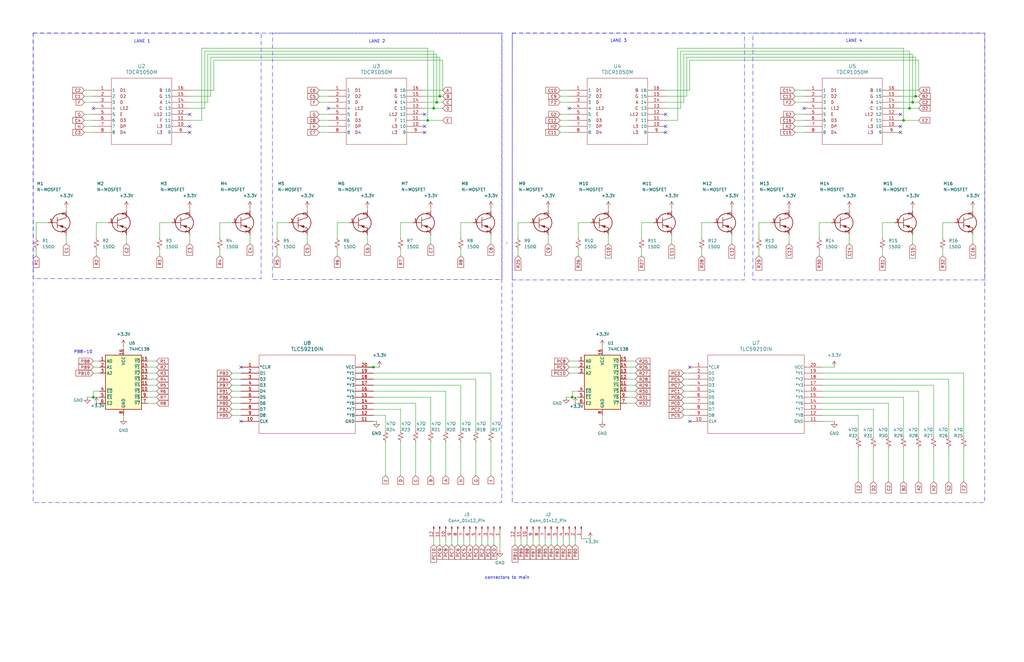
<source format=kicad_sch>
(kicad_sch (version 20231120) (generator "eeschema") (generator_version "8.0")
  (paper "B")
  (title_block (title "TIME_DISPLAYS") (date "2025-05-01"))
  (junction (at 384.81 43.18))
  (junction (at 184.15 43.18))
  (junction (at 180.34 50.8))
  (junction (at 381 50.8))
  (junction (at 241.3 167.64))
  (junction (at 39.37 167.64))
  (junction (at 157.48 154.94))
  (junction (at 386.08 40.64))
  (junction (at 182.88 45.72))
  (junction (at 383.54 45.72))
  (junction (at 185.42 40.64))
  (no_connect (at 80.01 53.34))
  (no_connect (at 290.83 154.94))
  (no_connect (at 280.67 48.26))
  (no_connect (at 290.83 177.8))
  (no_connect (at 80.01 48.26))
  (no_connect (at 379.73 48.26))
  (no_connect (at 280.67 53.34))
  (no_connect (at 339.09 45.72))
  (no_connect (at 240.03 45.72))
  (no_connect (at 138.43 45.72))
  (no_connect (at 179.07 55.88))
  (no_connect (at 379.73 53.34))
  (no_connect (at 379.73 55.88))
  (no_connect (at 280.67 55.88))
  (no_connect (at 101.6 154.94))
  (no_connect (at 101.6 177.8))
  (no_connect (at 179.07 53.34))
  (no_connect (at 80.01 55.88))
  (no_connect (at 39.37 45.72))
  (no_connect (at 179.07 48.26))
  (wire (pts (xy 184.15 22.86) (xy 184.15 43.18)))
  (wire (pts (xy 185.42 40.64) (xy 186.69 40.64)))
  (wire (pts (xy 288.29 175.26) (xy 290.83 175.26)))
  (wire (pts (xy 181.61 87.63) (xy 181.61 88.9)))
  (wire (pts (xy 179.07 38.1) (xy 186.69 38.1)))
  (wire (pts (xy 207.01 99.06) (xy 207.01 102.87)))
  (wire (pts (xy 288.29 172.72) (xy 290.83 172.72)))
  (wire (pts (xy 193.04 227.33) (xy 193.04 229.87)))
  (wire (pts (xy 200.66 227.33) (xy 200.66 229.87)))
  (wire (pts (xy 243.84 93.98) (xy 243.84 100.33)))
  (wire (pts (xy 386.08 40.64) (xy 387.35 40.64)))
  (wire (pts (xy 168.91 93.98) (xy 168.91 100.33)))
  (wire (pts (xy 410.21 99.06) (xy 410.21 102.87)))
  (wire (pts (xy 27.94 87.63) (xy 27.94 88.9)))
  (wire (pts (xy 227.33 227.33) (xy 227.33 229.87)))
  (wire (pts (xy 105.41 87.63) (xy 105.41 88.9)))
  (wire (pts (xy 175.26 170.18) (xy 157.48 170.18)))
  (wire (pts (xy 90.17 25.4) (xy 90.17 38.1)))
  (wire (pts (xy 241.3 165.1) (xy 241.3 167.64)))
  (wire (pts (xy 300.99 93.98) (xy 295.91 93.98)))
  (wire (pts (xy 400.05 203.2) (xy 400.05 189.23)))
  (wire (pts (xy 40.64 170.18) (xy 41.91 170.18)))
  (wire (pts (xy 157.48 154.94) (xy 160.02 154.94)))
  (wire (pts (xy 87.63 43.18) (xy 87.63 22.86)))
  (wire (pts (xy 384.81 22.86) (xy 384.81 43.18)))
  (wire (pts (xy 207.01 157.48) (xy 157.48 157.48)))
  (wire (pts (xy 222.25 227.33) (xy 222.25 229.87)))
  (wire (pts (xy 80.01 45.72) (xy 86.36 45.72)))
  (wire (pts (xy 168.91 107.95) (xy 168.91 105.41)))
  (wire (pts (xy 384.81 87.63) (xy 384.81 88.9)))
  (wire (pts (xy 335.28 48.26) (xy 339.09 48.26)))
  (wire (pts (xy 194.31 200.66) (xy 194.31 186.69)))
  (wire (pts (xy 393.7 203.2) (xy 393.7 189.23)))
  (wire (pts (xy 368.3 189.23) (xy 368.3 203.2)))
  (wire (pts (xy 345.44 93.98) (xy 345.44 100.33)))
  (wire (pts (xy 256.54 99.06) (xy 256.54 102.87)))
  (wire (pts (xy 35.56 53.34) (xy 39.37 53.34)))
  (wire (pts (xy 381 50.8) (xy 387.35 50.8)))
  (wire (pts (xy 168.91 186.69) (xy 168.91 200.66)))
  (wire (pts (xy 288.29 22.86) (xy 384.81 22.86)))
  (wire (pts (xy 185.42 24.13) (xy 185.42 40.64)))
  (wire (pts (xy 236.22 55.88) (xy 240.03 55.88)))
  (wire (pts (xy 52.07 146.05) (xy 52.07 147.32)))
  (wire (pts (xy 397.51 107.95) (xy 397.51 105.41)))
  (wire (pts (xy 236.22 53.34) (xy 240.03 53.34)))
  (wire (pts (xy 175.26 181.61) (xy 175.26 170.18)))
  (wire (pts (xy 406.4 157.48) (xy 406.4 184.15)))
  (wire (pts (xy 236.22 40.64) (xy 240.03 40.64)))
  (wire (pts (xy 35.56 40.64) (xy 39.37 40.64)))
  (wire (pts (xy 97.79 162.56) (xy 101.6 162.56)))
  (wire (pts (xy 384.81 99.06) (xy 384.81 102.87)))
  (wire (pts (xy 134.62 38.1) (xy 138.43 38.1)))
  (wire (pts (xy 368.3 172.72) (xy 368.3 184.15)))
  (wire (pts (xy 134.62 40.64) (xy 138.43 40.64)))
  (wire (pts (xy 153.67 154.94) (xy 157.48 154.94)))
  (wire (pts (xy 97.79 160.02) (xy 101.6 160.02)))
  (wire (pts (xy 40.64 107.95) (xy 40.64 105.41)))
  (wire (pts (xy 15.24 93.98) (xy 15.24 100.33)))
  (wire (pts (xy 182.88 227.33) (xy 182.88 229.87)))
  (wire (pts (xy 97.79 93.98) (xy 92.71 93.98)))
  (wire (pts (xy 231.14 87.63) (xy 231.14 88.9)))
  (wire (pts (xy 200.66 200.66) (xy 200.66 186.69)))
  (wire (pts (xy 154.94 87.63) (xy 154.94 88.9)))
  (wire (pts (xy 377.19 93.98) (xy 372.11 93.98)))
  (wire (pts (xy 175.26 200.66) (xy 175.26 186.69)))
  (wire (pts (xy 223.52 93.98) (xy 218.44 93.98)))
  (wire (pts (xy 387.35 25.4) (xy 290.83 25.4)))
  (wire (pts (xy 97.79 165.1) (xy 101.6 165.1)))
  (wire (pts (xy 200.66 160.02) (xy 200.66 181.61)))
  (wire (pts (xy 351.79 177.8) (xy 346.71 177.8)))
  (wire (pts (xy 168.91 181.61) (xy 168.91 172.72)))
  (wire (pts (xy 381 20.32) (xy 381 50.8)))
  (wire (pts (xy 185.42 40.64) (xy 179.07 40.64)))
  (wire (pts (xy 295.91 107.95) (xy 295.91 105.41)))
  (wire (pts (xy 194.31 181.61) (xy 194.31 162.56)))
  (wire (pts (xy 345.44 107.95) (xy 345.44 105.41)))
  (wire (pts (xy 283.21 99.06) (xy 283.21 102.87)))
  (wire (pts (xy 386.08 24.13) (xy 386.08 40.64)))
  (wire (pts (xy 97.79 167.64) (xy 101.6 167.64)))
  (wire (pts (xy 218.44 107.95) (xy 218.44 105.41)))
  (wire (pts (xy 27.94 99.06) (xy 27.94 102.87)))
  (wire (pts (xy 80.01 40.64) (xy 88.9 40.64)))
  (wire (pts (xy 134.62 53.34) (xy 138.43 53.34)))
  (wire (pts (xy 267.97 167.64) (xy 264.16 167.64)))
  (wire (pts (xy 238.76 167.64) (xy 241.3 167.64)))
  (wire (pts (xy 267.97 160.02) (xy 264.16 160.02)))
  (wire (pts (xy 207.01 186.69) (xy 207.01 200.66)))
  (wire (pts (xy 267.97 170.18) (xy 264.16 170.18)))
  (wire (pts (xy 116.84 93.98) (xy 116.84 100.33)))
  (wire (pts (xy 181.61 181.61) (xy 181.61 167.64)))
  (wire (pts (xy 129.54 87.63) (xy 129.54 88.9)))
  (wire (pts (xy 168.91 172.72) (xy 157.48 172.72)))
  (wire (pts (xy 53.34 87.63) (xy 53.34 88.9)))
  (wire (pts (xy 162.56 175.26) (xy 157.48 175.26)))
  (wire (pts (xy 288.29 165.1) (xy 290.83 165.1)))
  (wire (pts (xy 346.71 167.64) (xy 381 167.64)))
  (wire (pts (xy 86.36 45.72) (xy 86.36 21.59)))
  (wire (pts (xy 320.04 93.98) (xy 320.04 100.33)))
  (wire (pts (xy 35.56 43.18) (xy 39.37 43.18)))
  (wire (pts (xy 134.62 55.88) (xy 138.43 55.88)))
  (wire (pts (xy 236.22 38.1) (xy 240.03 38.1)))
  (wire (pts (xy 195.58 227.33) (xy 195.58 229.87)))
  (wire (pts (xy 182.88 45.72) (xy 179.07 45.72)))
  (wire (pts (xy 346.71 170.18) (xy 374.65 170.18)))
  (wire (pts (xy 39.37 165.1) (xy 39.37 167.64)))
  (wire (pts (xy 374.65 170.18) (xy 374.65 184.15)))
  (wire (pts (xy 187.96 165.1) (xy 157.48 165.1)))
  (wire (pts (xy 280.67 40.64) (xy 289.56 40.64)))
  (wire (pts (xy 190.5 227.33) (xy 190.5 229.87)))
  (wire (pts (xy 335.28 38.1) (xy 339.09 38.1)))
  (wire (pts (xy 181.61 167.64) (xy 157.48 167.64)))
  (wire (pts (xy 66.04 154.94) (xy 62.23 154.94)))
  (wire (pts (xy 267.97 162.56) (xy 264.16 162.56)))
  (wire (pts (xy 387.35 203.2) (xy 387.35 189.23)))
  (wire (pts (xy 39.37 157.48) (xy 41.91 157.48)))
  (wire (pts (xy 134.62 43.18) (xy 138.43 43.18)))
  (wire (pts (xy 350.52 93.98) (xy 345.44 93.98)))
  (wire (pts (xy 217.17 227.33) (xy 217.17 229.87)))
  (wire (pts (xy 397.51 93.98) (xy 397.51 100.33)))
  (wire (pts (xy 267.97 154.94) (xy 264.16 154.94)))
  (wire (pts (xy 92.71 107.95) (xy 92.71 105.41)))
  (wire (pts (xy 361.95 189.23) (xy 361.95 203.2)))
  (wire (pts (xy 87.63 22.86) (xy 184.15 22.86)))
  (wire (pts (xy 267.97 152.4) (xy 264.16 152.4)))
  (wire (pts (xy 187.96 227.33) (xy 187.96 229.87)))
  (wire (pts (xy 207.01 87.63) (xy 207.01 88.9)))
  (wire (pts (xy 241.3 167.64) (xy 243.84 167.64)))
  (wire (pts (xy 332.74 99.06) (xy 332.74 102.87)))
  (wire (pts (xy 234.95 227.33) (xy 234.95 229.87)))
  (wire (pts (xy 181.61 99.06) (xy 181.61 102.87)))
  (wire (pts (xy 35.56 48.26) (xy 39.37 48.26)))
  (wire (pts (xy 210.82 232.41) (xy 210.82 227.33)))
  (wire (pts (xy 384.81 43.18) (xy 379.73 43.18)))
  (wire (pts (xy 35.56 38.1) (xy 39.37 38.1)))
  (wire (pts (xy 288.29 162.56) (xy 290.83 162.56)))
  (wire (pts (xy 283.21 87.63) (xy 283.21 88.9)))
  (wire (pts (xy 383.54 21.59) (xy 383.54 45.72)))
  (wire (pts (xy 20.32 93.98) (xy 15.24 93.98)))
  (wire (pts (xy 285.75 20.32) (xy 381 20.32)))
  (wire (pts (xy 295.91 93.98) (xy 295.91 100.33)))
  (wire (pts (xy 372.11 93.98) (xy 372.11 100.33)))
  (wire (pts (xy 85.09 50.8) (xy 85.09 20.32)))
  (wire (pts (xy 66.04 162.56) (xy 62.23 162.56)))
  (wire (pts (xy 154.94 99.06) (xy 154.94 102.87)))
  (wire (pts (xy 80.01 43.18) (xy 87.63 43.18)))
  (wire (pts (xy 66.04 165.1) (xy 62.23 165.1)))
  (wire (pts (xy 346.71 157.48) (xy 406.4 157.48)))
  (wire (pts (xy 346.71 175.26) (xy 361.95 175.26)))
  (wire (pts (xy 346.71 154.94) (xy 351.79 154.94)))
  (wire (pts (xy 198.12 227.33) (xy 198.12 229.87)))
  (wire (pts (xy 72.39 93.98) (xy 67.31 93.98)))
  (wire (pts (xy 240.03 154.94) (xy 243.84 154.94)))
  (wire (pts (xy 346.71 172.72) (xy 368.3 172.72)))
  (wire (pts (xy 248.92 227.33) (xy 245.11 227.33)))
  (wire (pts (xy 287.02 45.72) (xy 287.02 21.59)))
  (wire (pts (xy 384.81 43.18) (xy 387.35 43.18)))
  (wire (pts (xy 335.28 53.34) (xy 339.09 53.34)))
  (wire (pts (xy 88.9 24.13) (xy 185.42 24.13)))
  (wire (pts (xy 372.11 107.95) (xy 372.11 105.41)))
  (wire (pts (xy 288.29 160.02) (xy 290.83 160.02)))
  (wire (pts (xy 142.24 93.98) (xy 142.24 100.33)))
  (polyline (pts (xy 213.614 102.616) (xy 213.868 102.616)))
  (wire (pts (xy 358.14 99.06) (xy 358.14 102.87)))
  (wire (pts (xy 270.51 107.95) (xy 270.51 105.41)))
  (wire (pts (xy 267.97 157.48) (xy 264.16 157.48)))
  (wire (pts (xy 346.71 160.02) (xy 400.05 160.02)))
  (wire (pts (xy 88.9 40.64) (xy 88.9 24.13)))
  (wire (pts (xy 180.34 50.8) (xy 186.69 50.8)))
  (wire (pts (xy 85.09 20.32) (xy 180.34 20.32)))
  (wire (pts (xy 194.31 93.98) (xy 194.31 100.33)))
  (wire (pts (xy 66.04 160.02) (xy 62.23 160.02)))
  (wire (pts (xy 400.05 160.02) (xy 400.05 184.15)))
  (wire (pts (xy 67.31 93.98) (xy 67.31 100.33)))
  (wire (pts (xy 308.61 99.06) (xy 308.61 102.87)))
  (wire (pts (xy 270.51 93.98) (xy 270.51 100.33)))
  (wire (pts (xy 243.84 165.1) (xy 241.3 165.1)))
  (wire (pts (xy 229.87 227.33) (xy 229.87 229.87)))
  (wire (pts (xy 218.44 93.98) (xy 218.44 100.33)))
  (wire (pts (xy 335.28 50.8) (xy 339.09 50.8)))
  (wire (pts (xy 280.67 43.18) (xy 288.29 43.18)))
  (wire (pts (xy 186.69 25.4) (xy 186.69 38.1)))
  (wire (pts (xy 66.04 157.48) (xy 62.23 157.48)))
  (wire (pts (xy 39.37 154.94) (xy 41.91 154.94)))
  (wire (pts (xy 393.7 162.56) (xy 393.7 184.15)))
  (wire (pts (xy 173.99 93.98) (xy 168.91 93.98)))
  (wire (pts (xy 184.15 43.18) (xy 186.69 43.18)))
  (wire (pts (xy 39.37 152.4) (xy 41.91 152.4)))
  (wire (pts (xy 199.39 93.98) (xy 194.31 93.98)))
  (wire (pts (xy 86.36 21.59) (xy 182.88 21.59)))
  (wire (pts (xy 243.84 107.95) (xy 243.84 105.41)))
  (wire (pts (xy 116.84 107.95) (xy 116.84 105.41)))
  (wire (pts (xy 320.04 107.95) (xy 320.04 105.41)))
  (wire (pts (xy 180.34 20.32) (xy 180.34 50.8)))
  (wire (pts (xy 105.41 99.06) (xy 105.41 102.87)))
  (wire (pts (xy 288.29 170.18) (xy 290.83 170.18)))
  (wire (pts (xy 134.62 50.8) (xy 138.43 50.8)))
  (wire (pts (xy 332.74 87.63) (xy 332.74 88.9)))
  (wire (pts (xy 275.59 93.98) (xy 270.51 93.98)))
  (wire (pts (xy 182.88 21.59) (xy 182.88 45.72)))
  (wire (pts (xy 80.01 99.06) (xy 80.01 102.87)))
  (wire (pts (xy 254 177.8) (xy 254 175.26)))
  (wire (pts (xy 256.54 87.63) (xy 256.54 88.9)))
  (wire (pts (xy 35.56 55.88) (xy 39.37 55.88)))
  (wire (pts (xy 142.24 107.95) (xy 142.24 105.41)))
  (wire (pts (xy 97.79 172.72) (xy 101.6 172.72)))
  (wire (pts (xy 285.75 50.8) (xy 285.75 20.32)))
  (wire (pts (xy 406.4 189.23) (xy 406.4 203.2)))
  (wire (pts (xy 52.07 176.53) (xy 52.07 175.26)))
  (wire (pts (xy 287.02 21.59) (xy 383.54 21.59)))
  (wire (pts (xy 66.04 152.4) (xy 62.23 152.4)))
  (wire (pts (xy 224.79 227.33) (xy 224.79 229.87)))
  (wire (pts (xy 410.21 87.63) (xy 410.21 88.9)))
  (wire (pts (xy 361.95 175.26) (xy 361.95 184.15)))
  (wire (pts (xy 358.14 87.63) (xy 358.14 88.9)))
  (wire (pts (xy 41.91 165.1) (xy 39.37 165.1)))
  (wire (pts (xy 237.49 227.33) (xy 237.49 229.87)))
  (wire (pts (xy 67.31 107.95) (xy 67.31 105.41)))
  (wire (pts (xy 53.34 99.06) (xy 53.34 102.87)))
  (wire (pts (xy 35.56 50.8) (xy 39.37 50.8)))
  (wire (pts (xy 379.73 38.1) (xy 387.35 38.1)))
  (wire (pts (xy 180.34 50.8) (xy 179.07 50.8)))
  (wire (pts (xy 181.61 200.66) (xy 181.61 186.69)))
  (wire (pts (xy 242.57 170.18) (xy 243.84 170.18)))
  (wire (pts (xy 288.29 167.64) (xy 290.83 167.64)))
  (polyline (pts (xy 213.36 102.616) (xy 213.614 102.616)))
  (wire (pts (xy 288.29 43.18) (xy 288.29 22.86)))
  (wire (pts (xy 381 203.2) (xy 381 189.23)))
  (wire (pts (xy 290.83 25.4) (xy 290.83 38.1)))
  (wire (pts (xy 242.57 227.33) (xy 242.57 229.87)))
  (wire (pts (xy 162.56 181.61) (xy 162.56 175.26)))
  (wire (pts (xy 185.42 227.33) (xy 185.42 229.87)))
  (wire (pts (xy 386.08 40.64) (xy 379.73 40.64)))
  (wire (pts (xy 346.71 162.56) (xy 393.7 162.56)))
  (wire (pts (xy 36.83 167.64) (xy 39.37 167.64)))
  (wire (pts (xy 184.15 43.18) (xy 179.07 43.18)))
  (wire (pts (xy 40.64 93.98) (xy 40.64 100.33)))
  (wire (pts (xy 186.69 25.4) (xy 90.17 25.4)))
  (wire (pts (xy 194.31 162.56) (xy 157.48 162.56)))
  (wire (pts (xy 381 50.8) (xy 379.73 50.8)))
  (wire (pts (xy 66.04 170.18) (xy 62.23 170.18)))
  (wire (pts (xy 97.79 170.18) (xy 101.6 170.18)))
  (wire (pts (xy 240.03 227.33) (xy 240.03 229.87)))
  (wire (pts (xy 66.04 167.64) (xy 62.23 167.64)))
  (wire (pts (xy 207.01 181.61) (xy 207.01 157.48)))
  (wire (pts (xy 90.17 38.1) (xy 80.01 38.1)))
  (wire (pts (xy 325.12 93.98) (xy 320.04 93.98)))
  (wire (pts (xy 308.61 87.63) (xy 308.61 88.9)))
  (wire (pts (xy 187.96 200.66) (xy 187.96 186.69)))
  (wire (pts (xy 289.56 24.13) (xy 386.08 24.13)))
  (wire (pts (xy 240.03 152.4) (xy 243.84 152.4)))
  (wire (pts (xy 134.62 48.26) (xy 138.43 48.26)))
  (wire (pts (xy 147.32 93.98) (xy 142.24 93.98)))
  (wire (pts (xy 402.59 93.98) (xy 397.51 93.98)))
  (wire (pts (xy 203.2 227.33) (xy 203.2 229.87)))
  (wire (pts (xy 236.22 43.18) (xy 240.03 43.18)))
  (wire (pts (xy 92.71 93.98) (xy 92.71 100.33)))
  (wire (pts (xy 232.41 227.33) (xy 232.41 229.87)))
  (wire (pts (xy 208.28 227.33) (xy 208.28 229.87)))
  (wire (pts (xy 289.56 40.64) (xy 289.56 24.13)))
  (wire (pts (xy 288.29 157.48) (xy 290.83 157.48)))
  (wire (pts (xy 280.67 45.72) (xy 287.02 45.72)))
  (wire (pts (xy 187.96 181.61) (xy 187.96 165.1)))
  (wire (pts (xy 157.48 160.02) (xy 200.66 160.02)))
  (wire (pts (xy 39.37 167.64) (xy 41.91 167.64)))
  (wire (pts (xy 231.14 99.06) (xy 231.14 102.87)))
  (wire (pts (xy 194.31 107.95) (xy 194.31 105.41)))
  (wire (pts (xy 80.01 87.63) (xy 80.01 88.9)))
  (wire (pts (xy 162.56 186.69) (xy 162.56 200.66)))
  (wire (pts (xy 290.83 38.1) (xy 280.67 38.1)))
  (wire (pts (xy 387.35 165.1) (xy 387.35 184.15)))
  (wire (pts (xy 80.01 50.8) (xy 85.09 50.8)))
  (wire (pts (xy 236.22 50.8) (xy 240.03 50.8)))
  (wire (pts (xy 236.22 48.26) (xy 240.03 48.26)))
  (wire (pts (xy 205.74 227.33) (xy 205.74 229.87)))
  (wire (pts (xy 129.54 99.06) (xy 129.54 102.87)))
  (wire (pts (xy 158.75 177.8) (xy 157.48 177.8)))
  (wire (pts (xy 240.03 157.48) (xy 243.84 157.48)))
  (wire (pts (xy 381 167.64) (xy 381 184.15)))
  (wire (pts (xy 182.88 45.72) (xy 186.69 45.72)))
  (wire (pts (xy 219.71 227.33) (xy 219.71 229.87)))
  (wire (pts (xy 383.54 45.72) (xy 387.35 45.72)))
  (wire (pts (xy 248.92 93.98) (xy 243.84 93.98)))
  (wire (pts (xy 387.35 25.4) (xy 387.35 38.1)))
  (wire (pts (xy 280.67 50.8) (xy 285.75 50.8)))
  (wire (pts (xy 335.28 40.64) (xy 339.09 40.64)))
  (wire (pts (xy 267.97 165.1) (xy 264.16 165.1)))
  (wire (pts (xy 335.28 55.88) (xy 339.09 55.88)))
  (wire (pts (xy 121.92 93.98) (xy 116.84 93.98)))
  (wire (pts (xy 383.54 45.72) (xy 379.73 45.72)))
  (wire (pts (xy 254 146.05) (xy 254 147.32)))
  (wire (pts (xy 15.24 107.95) (xy 15.24 105.41)))
  (wire (pts (xy 45.72 93.98) (xy 40.64 93.98)))
  (wire (pts (xy 97.79 157.48) (xy 101.6 157.48)))
  (wire (pts (xy 346.71 165.1) (xy 387.35 165.1)))
  (wire (pts (xy 374.65 203.2) (xy 374.65 189.23)))
  (wire (pts (xy 97.79 175.26) (xy 101.6 175.26)))
  (wire (pts (xy 335.28 43.18) (xy 339.09 43.18)))
  (rectangle (start 215.9772 13.97) (end 313.944 118.11) (stroke (width 0) (type dash_dot)))
  (rectangle (start 215.9772 13.97) (end 415.2405 212.09) (stroke (width 0) (type dash_dot)))
  (rectangle (start 13.97 13.97) (end 211.5795 212.09) (stroke (width 0) (type dash_dot)))
  (rectangle (start 317.5 13.97) (end 415.29 118.11) (stroke (width 0) (type dash_dot)))
  (rectangle (start 13.9808 13.9698) (end 110.0986 117.6019) (stroke (width 0) (type dash_dot)))
  (rectangle (start 114.913 13.97) (end 211.687 117.9591) (stroke (width 0) (type dash_dot)))
  (text "LANE 1" (at 59.944 17.526 0) (effects (font (size 1.27 1.27))))
  (text "LANE 2" (at 159.004 17.526 0) (effects (font (size 1.27 1.27))))
  (text "LANE 3" (at 260.858 17.272 0) (effects (font (size 1.27 1.27))))
  (text "connectors to main" (at 213.868 243.84 0) (effects (font (size 1.27 1.27))))
  (text "PB8-10\n" (at 35.052 148.59 0) (effects (font (size 1.27 1.27))))
  (text "LANE 4" (at 360.172 17.272 0) (effects (font (size 1.27 1.27))))
  (global_label "R6" (shape input) (at 142.24 107.95 270) (property "Intersheetrefs" "${INTERSHEET_REFS}" (effects (hide yes))))
  (global_label "PB1" (shape input) (at 240.03 229.87 270) (property "Intersheetrefs" "${INTERSHEET_REFS}" (effects (hide yes))))
  (global_label "C10" (shape input) (at 256.54 102.87 270) (property "Intersheetrefs" "${INTERSHEET_REFS}" (effects (hide yes))))
  (global_label "G2" (shape input) (at 335.28 48.26 180) (property "Intersheetrefs" "${INTERSHEET_REFS}" (effects (hide yes))))
  (global_label "F" (shape input) (at 35.56 43.18 180) (property "Intersheetrefs" "${INTERSHEET_REFS}" (effects (hide yes))))
  (global_label "R1" (shape input) (at 66.04 152.4 0) (property "Intersheetrefs" "${INTERSHEET_REFS}" (effects (hide yes))))
  (global_label "PB6" (shape input) (at 97.79 167.64 180) (property "Intersheetrefs" "${INTERSHEET_REFS}" (effects (hide yes))))
  (global_label "PC8" (shape input) (at 240.03 152.4 180) (property "Intersheetrefs" "${INTERSHEET_REFS}" (effects (hide yes))))
  (global_label "PB8" (shape input) (at 222.25 229.87 270) (property "Intersheetrefs" "${INTERSHEET_REFS}" (effects (hide yes))))
  (global_label "C14" (shape input) (at 358.14 102.87 270) (property "Intersheetrefs" "${INTERSHEET_REFS}" (effects (hide yes))))
  (global_label "H2" (shape input) (at 335.28 53.34 180) (property "Intersheetrefs" "${INTERSHEET_REFS}" (effects (hide yes))))
  (global_label "PC3" (shape input) (at 288.29 157.48 180) (property "Intersheetrefs" "${INTERSHEET_REFS}" (effects (hide yes))))
  (global_label "R30" (shape input) (at 345.44 107.95 270) (property "Intersheetrefs" "${INTERSHEET_REFS}" (effects (hide yes))))
  (global_label "F" (shape input) (at 134.62 43.18 180) (property "Intersheetrefs" "${INTERSHEET_REFS}" (effects (hide yes))))
  (global_label "C2" (shape input) (at 35.56 38.1 180) (property "Intersheetrefs" "${INTERSHEET_REFS}" (effects (hide yes))))
  (global_label "R25" (shape input) (at 267.97 152.4 0) (property "Intersheetrefs" "${INTERSHEET_REFS}" (effects (hide yes))))
  (global_label "PC7" (shape input) (at 288.29 162.56 180) (property "Intersheetrefs" "${INTERSHEET_REFS}" (effects (hide yes))))
  (global_label "B2" (shape input) (at 387.35 40.64 0) (property "Intersheetrefs" "${INTERSHEET_REFS}" (effects (hide yes))))
  (global_label "PB5" (shape input) (at 97.79 175.26 180) (property "Intersheetrefs" "${INTERSHEET_REFS}" (effects (hide yes))))
  (global_label "PC4" (shape input) (at 198.12 229.87 270) (property "Intersheetrefs" "${INTERSHEET_REFS}" (effects (hide yes))))
  (global_label "H" (shape input) (at 134.62 53.34 180) (property "Intersheetrefs" "${INTERSHEET_REFS}" (effects (hide yes))))
  (global_label "R32" (shape input) (at 267.97 170.18 0) (property "Intersheetrefs" "${INTERSHEET_REFS}" (effects (hide yes))))
  (global_label "PC2" (shape input) (at 203.2 229.87 270) (property "Intersheetrefs" "${INTERSHEET_REFS}" (effects (hide yes))))
  (global_label "PC6" (shape input) (at 193.04 229.87 270) (property "Intersheetrefs" "${INTERSHEET_REFS}" (effects (hide yes))))
  (global_label "PB7" (shape input) (at 97.79 162.56 180) (property "Intersheetrefs" "${INTERSHEET_REFS}" (effects (hide yes))))
  (global_label "R25" (shape input) (at 218.44 107.95 270) (property "Intersheetrefs" "${INTERSHEET_REFS}" (effects (hide yes))))
  (global_label "PC9" (shape input) (at 185.42 229.87 270) (property "Intersheetrefs" "${INTERSHEET_REFS}" (effects (hide yes))))
  (global_label "PC2" (shape input) (at 288.29 172.72 180) (property "Intersheetrefs" "${INTERSHEET_REFS}" (effects (hide yes))))
  (global_label "R1" (shape input) (at 15.24 107.95 270) (property "Intersheetrefs" "${INTERSHEET_REFS}" (effects (hide yes))))
  (global_label "C8" (shape input) (at 207.01 102.87 270) (property "Intersheetrefs" "${INTERSHEET_REFS}" (effects (hide yes))))
  (global_label "PC4" (shape input) (at 288.29 160.02 180) (property "Intersheetrefs" "${INTERSHEET_REFS}" (effects (hide yes))))
  (global_label "PB10" (shape input) (at 217.17 229.87 270) (property "Intersheetrefs" "${INTERSHEET_REFS}" (effects (hide yes))))
  (global_label "PB0" (shape input) (at 97.79 170.18 180) (property "Intersheetrefs" "${INTERSHEET_REFS}" (effects (hide yes))))
  (global_label "C2" (shape input) (at 374.65 203.2 270) (property "Intersheetrefs" "${INTERSHEET_REFS}" (effects (hide yes))))
  (global_label "E2" (shape input) (at 361.95 203.2 270) (property "Intersheetrefs" "${INTERSHEET_REFS}" (effects (hide yes))))
  (global_label "PB9" (shape input) (at 219.71 229.87 270) (property "Intersheetrefs" "${INTERSHEET_REFS}" (effects (hide yes))))
  (global_label "PB4" (shape input) (at 232.41 229.87 270) (property "Intersheetrefs" "${INTERSHEET_REFS}" (effects (hide yes))))
  (global_label "C6" (shape input) (at 134.62 38.1 180) (property "Intersheetrefs" "${INTERSHEET_REFS}" (effects (hide yes))))
  (global_label "C2" (shape input) (at 387.35 43.18 0) (property "Intersheetrefs" "${INTERSHEET_REFS}" (effects (hide yes))))
  (global_label "B" (shape input) (at 186.69 40.64 0) (property "Intersheetrefs" "${INTERSHEET_REFS}" (effects (hide yes))))
  (global_label "PC9" (shape input) (at 240.03 154.94 180) (property "Intersheetrefs" "${INTERSHEET_REFS}" (effects (hide yes))))
  (global_label "C5" (shape input) (at 134.62 40.64 180) (property "Intersheetrefs" "${INTERSHEET_REFS}" (effects (hide yes))))
  (global_label "C12" (shape input) (at 308.61 102.87 270) (property "Intersheetrefs" "${INTERSHEET_REFS}" (effects (hide yes))))
  (global_label "PB7" (shape input) (at 224.79 229.87 270) (property "Intersheetrefs" "${INTERSHEET_REFS}" (effects (hide yes))))
  (global_label "PB4" (shape input) (at 97.79 160.02 180) (property "Intersheetrefs" "${INTERSHEET_REFS}" (effects (hide yes))))
  (global_label "R4" (shape input) (at 66.04 160.02 0) (property "Intersheetrefs" "${INTERSHEET_REFS}" (effects (hide yes))))
  (global_label "R27" (shape input) (at 270.51 107.95 270) (property "Intersheetrefs" "${INTERSHEET_REFS}" (effects (hide yes))))
  (global_label "H" (shape input) (at 194.31 200.66 270) (property "Intersheetrefs" "${INTERSHEET_REFS}" (effects (hide yes))))
  (global_label "PC8" (shape input) (at 187.96 229.87 270) (property "Intersheetrefs" "${INTERSHEET_REFS}" (effects (hide yes))))
  (global_label "R30" (shape input) (at 267.97 165.1 0) (property "Intersheetrefs" "${INTERSHEET_REFS}" (effects (hide yes))))
  (global_label "R32" (shape input) (at 397.51 107.95 270) (property "Intersheetrefs" "${INTERSHEET_REFS}" (effects (hide yes))))
  (global_label "F2" (shape input) (at 406.4 203.2 270) (property "Intersheetrefs" "${INTERSHEET_REFS}" (effects (hide yes))))
  (global_label "C15" (shape input) (at 384.81 102.87 270) (property "Intersheetrefs" "${INTERSHEET_REFS}" (effects (hide yes))))
  (global_label "A" (shape input) (at 186.69 38.1 0) (property "Intersheetrefs" "${INTERSHEET_REFS}" (effects (hide yes))))
  (global_label "D" (shape input) (at 186.69 45.72 0) (property "Intersheetrefs" "${INTERSHEET_REFS}" (effects (hide yes))))
  (global_label "C13" (shape input) (at 332.74 102.87 270) (property "Intersheetrefs" "${INTERSHEET_REFS}" (effects (hide yes))))
  (global_label "C8" (shape input) (at 134.62 50.8 180) (property "Intersheetrefs" "${INTERSHEET_REFS}" (effects (hide yes))))
  (global_label "C13" (shape input) (at 335.28 40.64 180) (property "Intersheetrefs" "${INTERSHEET_REFS}" (effects (hide yes))))
  (global_label "PC5" (shape input) (at 195.58 229.87 270) (property "Intersheetrefs" "${INTERSHEET_REFS}" (effects (hide yes))))
  (global_label "PC0" (shape input) (at 208.28 229.87 270) (property "Intersheetrefs" "${INTERSHEET_REFS}" (effects (hide yes))))
  (global_label "PC5" (shape input) (at 288.29 175.26 180) (property "Intersheetrefs" "${INTERSHEET_REFS}" (effects (hide yes))))
  (global_label "PB1" (shape input) (at 97.79 165.1 180) (property "Intersheetrefs" "${INTERSHEET_REFS}" (effects (hide yes))))
  (global_label "C1" (shape input) (at 35.56 40.64 180) (property "Intersheetrefs" "${INTERSHEET_REFS}" (effects (hide yes))))
  (global_label "PB3" (shape input) (at 234.95 229.87 270) (property "Intersheetrefs" "${INTERSHEET_REFS}" (effects (hide yes))))
  (global_label "C" (shape input) (at 175.26 200.66 270) (property "Intersheetrefs" "${INTERSHEET_REFS}" (effects (hide yes))))
  (global_label "R28" (shape input) (at 295.91 107.95 270) (property "Intersheetrefs" "${INTERSHEET_REFS}" (effects (hide yes))))
  (global_label "C6" (shape input) (at 154.94 102.87 270) (property "Intersheetrefs" "${INTERSHEET_REFS}" (effects (hide yes))))
  (global_label "H2" (shape input) (at 236.22 53.34 180) (property "Intersheetrefs" "${INTERSHEET_REFS}" (effects (hide yes))))
  (global_label "H" (shape input) (at 35.56 53.34 180) (property "Intersheetrefs" "${INTERSHEET_REFS}" (effects (hide yes))))
  (global_label "R8" (shape input) (at 194.31 107.95 270) (property "Intersheetrefs" "${INTERSHEET_REFS}" (effects (hide yes))))
  (global_label "C3" (shape input) (at 80.01 102.87 270) (property "Intersheetrefs" "${INTERSHEET_REFS}" (effects (hide yes))))
  (global_label "PC10" (shape input) (at 240.03 157.48 180) (property "Intersheetrefs" "${INTERSHEET_REFS}" (effects (hide yes))))
  (global_label "R27" (shape input) (at 267.97 157.48 0) (property "Intersheetrefs" "${INTERSHEET_REFS}" (effects (hide yes))))
  (global_label "C4" (shape input) (at 105.41 102.87 270) (property "Intersheetrefs" "${INTERSHEET_REFS}" (effects (hide yes))))
  (global_label "G2" (shape input) (at 400.05 203.2 270) (property "Intersheetrefs" "${INTERSHEET_REFS}" (effects (hide yes))))
  (global_label "C9" (shape input) (at 236.22 40.64 180) (property "Intersheetrefs" "${INTERSHEET_REFS}" (effects (hide yes))))
  (global_label "R7" (shape input) (at 66.04 167.64 0) (property "Intersheetrefs" "${INTERSHEET_REFS}" (effects (hide yes))))
  (global_label "B" (shape input) (at 181.61 200.66 270) (property "Intersheetrefs" "${INTERSHEET_REFS}" (effects (hide yes))))
  (global_label "D2" (shape input) (at 368.3 203.2 270) (property "Intersheetrefs" "${INTERSHEET_REFS}" (effects (hide yes))))
  (global_label "PC6" (shape input) (at 288.29 167.64 180) (property "Intersheetrefs" "${INTERSHEET_REFS}" (effects (hide yes))))
  (global_label "R5" (shape input) (at 66.04 162.56 0) (property "Intersheetrefs" "${INTERSHEET_REFS}" (effects (hide yes))))
  (global_label "C12" (shape input) (at 236.22 50.8 180) (property "Intersheetrefs" "${INTERSHEET_REFS}" (effects (hide yes))))
  (global_label "C7" (shape input) (at 181.61 102.87 270) (property "Intersheetrefs" "${INTERSHEET_REFS}" (effects (hide yes))))
  (global_label "PB9" (shape input) (at 39.37 154.94 180) (property "Intersheetrefs" "${INTERSHEET_REFS}" (effects (hide yes))))
  (global_label "E2" (shape input) (at 387.35 50.8 0) (property "Intersheetrefs" "${INTERSHEET_REFS}" (effects (hide yes))))
  (global_label "C3" (shape input) (at 35.56 55.88 180) (property "Intersheetrefs" "${INTERSHEET_REFS}" (effects (hide yes))))
  (global_label "C16" (shape input) (at 335.28 50.8 180) (property "Intersheetrefs" "${INTERSHEET_REFS}" (effects (hide yes))))
  (global_label "F2" (shape input) (at 236.22 43.18 180) (property "Intersheetrefs" "${INTERSHEET_REFS}" (effects (hide yes))))
  (global_label "R6" (shape input) (at 66.04 165.1 0) (property "Intersheetrefs" "${INTERSHEET_REFS}" (effects (hide yes))))
  (global_label "G" (shape input) (at 134.62 48.26 180) (property "Intersheetrefs" "${INTERSHEET_REFS}" (effects (hide yes))))
  (global_label "PC1" (shape input) (at 205.74 229.87 270) (property "Intersheetrefs" "${INTERSHEET_REFS}" (effects (hide yes))))
  (global_label "PC10" (shape input) (at 182.88 229.87 270) (property "Intersheetrefs" "${INTERSHEET_REFS}" (effects (hide yes))))
  (global_label "R31" (shape input) (at 372.11 107.95 270) (property "Intersheetrefs" "${INTERSHEET_REFS}" (effects (hide yes))))
  (global_label "C11" (shape input) (at 283.21 102.87 270) (property "Intersheetrefs" "${INTERSHEET_REFS}" (effects (hide yes))))
  (global_label "R3" (shape input) (at 67.31 107.95 270) (property "Intersheetrefs" "${INTERSHEET_REFS}" (effects (hide yes))))
  (global_label "G" (shape input) (at 200.66 200.66 270) (property "Intersheetrefs" "${INTERSHEET_REFS}" (effects (hide yes))))
  (global_label "R8" (shape input) (at 66.04 170.18 0) (property "Intersheetrefs" "${INTERSHEET_REFS}" (effects (hide yes))))
  (global_label "R26" (shape input) (at 243.84 107.95 270) (property "Intersheetrefs" "${INTERSHEET_REFS}" (effects (hide yes))))
  (global_label "A2" (shape input) (at 387.35 38.1 0) (property "Intersheetrefs" "${INTERSHEET_REFS}" (effects (hide yes))))
  (global_label "C15" (shape input) (at 335.28 55.88 180) (property "Intersheetrefs" "${INTERSHEET_REFS}" (effects (hide yes))))
  (global_label "C11" (shape input) (at 236.22 55.88 180) (property "Intersheetrefs" "${INTERSHEET_REFS}" (effects (hide yes))))
  (global_label "E" (shape input) (at 186.69 50.8 0) (property "Intersheetrefs" "${INTERSHEET_REFS}" (effects (hide yes))))
  (global_label "F2" (shape input) (at 335.28 43.18 180) (property "Intersheetrefs" "${INTERSHEET_REFS}" (effects (hide yes))))
  (global_label "R29" (shape input) (at 320.04 107.95 270) (property "Intersheetrefs" "${INTERSHEET_REFS}" (effects (hide yes))))
  (global_label "PB0" (shape input) (at 242.57 229.87 270) (property "Intersheetrefs" "${INTERSHEET_REFS}" (effects (hide yes))))
  (global_label "A" (shape input) (at 187.96 200.66 270) (property "Intersheetrefs" "${INTERSHEET_REFS}" (effects (hide yes))))
  (global_label "R2" (shape input) (at 66.04 154.94 0) (property "Intersheetrefs" "${INTERSHEET_REFS}" (effects (hide yes))))
  (global_label "PC0" (shape input) (at 288.29 170.18 180) (property "Intersheetrefs" "${INTERSHEET_REFS}" (effects (hide yes))))
  (global_label "D2" (shape input) (at 387.35 45.72 0) (property "Intersheetrefs" "${INTERSHEET_REFS}" (effects (hide yes))))
  (global_label "PB3" (shape input) (at 97.79 157.48 180) (property "Intersheetrefs" "${INTERSHEET_REFS}" (effects (hide yes))))
  (global_label "PB8" (shape input) (at 39.37 152.4 180) (property "Intersheetrefs" "${INTERSHEET_REFS}" (effects (hide yes))))
  (global_label "PB2" (shape input) (at 237.49 229.87 270) (property "Intersheetrefs" "${INTERSHEET_REFS}" (effects (hide yes))))
  (global_label "R7" (shape input) (at 168.91 107.95 270) (property "Intersheetrefs" "${INTERSHEET_REFS}" (effects (hide yes))))
  (global_label "R26" (shape input) (at 267.97 154.94 0) (property "Intersheetrefs" "${INTERSHEET_REFS}" (effects (hide yes))))
  (global_label "R4" (shape input) (at 92.71 107.95 270) (property "Intersheetrefs" "${INTERSHEET_REFS}" (effects (hide yes))))
  (global_label "F" (shape input) (at 207.01 200.66 270) (property "Intersheetrefs" "${INTERSHEET_REFS}" (effects (hide yes))))
  (global_label "R28" (shape input) (at 267.97 160.02 0) (property "Intersheetrefs" "${INTERSHEET_REFS}" (effects (hide yes))))
  (global_label "PB6" (shape input) (at 227.33 229.87 270) (property "Intersheetrefs" "${INTERSHEET_REFS}" (effects (hide yes))))
  (global_label "G" (shape input) (at 35.56 48.26 180) (property "Intersheetrefs" "${INTERSHEET_REFS}" (effects (hide yes))))
  (global_label "R3" (shape input) (at 66.04 157.48 0) (property "Intersheetrefs" "${INTERSHEET_REFS}" (effects (hide yes))))
  (global_label "R5" (shape input) (at 116.84 107.95 270) (property "Intersheetrefs" "${INTERSHEET_REFS}" (effects (hide yes))))
  (global_label "C14" (shape input) (at 335.28 38.1 180) (property "Intersheetrefs" "${INTERSHEET_REFS}" (effects (hide yes))))
  (global_label "C16" (shape input) (at 410.21 102.87 270) (property "Intersheetrefs" "${INTERSHEET_REFS}" (effects (hide yes))))
  (global_label "H2" (shape input) (at 393.7 203.2 270) (property "Intersheetrefs" "${INTERSHEET_REFS}" (effects (hide yes))))
  (global_label "C9" (shape input) (at 231.14 102.87 270) (property "Intersheetrefs" "${INTERSHEET_REFS}" (effects (hide yes))))
  (global_label "C5" (shape input) (at 129.54 102.87 270) (property "Intersheetrefs" "${INTERSHEET_REFS}" (effects (hide yes))))
  (global_label "G2" (shape input) (at 236.22 48.26 180) (property "Intersheetrefs" "${INTERSHEET_REFS}" (effects (hide yes))))
  (global_label "C10" (shape input) (at 236.22 38.1 180) (property "Intersheetrefs" "${INTERSHEET_REFS}" (effects (hide yes))))
  (global_label "C" (shape input) (at 186.69 43.18 0) (property "Intersheetrefs" "${INTERSHEET_REFS}" (effects (hide yes))))
  (global_label "C7" (shape input) (at 134.62 55.88 180) (property "Intersheetrefs" "${INTERSHEET_REFS}" (effects (hide yes))))
  (global_label "PC1" (shape input) (at 288.29 165.1 180) (property "Intersheetrefs" "${INTERSHEET_REFS}" (effects (hide yes))))
  (global_label "C4" (shape input) (at 35.56 50.8 180) (property "Intersheetrefs" "${INTERSHEET_REFS}" (effects (hide yes))))
  (global_label "D" (shape input) (at 168.91 200.66 270) (property "Intersheetrefs" "${INTERSHEET_REFS}" (effects (hide yes))))
  (global_label "R29" (shape input) (at 267.97 162.56 0) (property "Intersheetrefs" "${INTERSHEET_REFS}" (effects (hide yes))))
  (global_label "R31" (shape input) (at 267.97 167.64 0) (property "Intersheetrefs" "${INTERSHEET_REFS}" (effects (hide yes))))
  (global_label "A2" (shape input) (at 387.35 203.2 270) (property "Intersheetrefs" "${INTERSHEET_REFS}" (effects (hide yes))))
  (global_label "PC3" (shape input) (at 200.66 229.87 270) (property "Intersheetrefs" "${INTERSHEET_REFS}" (effects (hide yes))))
  (global_label "PB5" (shape input) (at 229.87 229.87 270) (property "Intersheetrefs" "${INTERSHEET_REFS}" (effects (hide yes))))
  (global_label "R2" (shape input) (at 40.64 107.95 270) (property "Intersheetrefs" "${INTERSHEET_REFS}" (effects (hide yes))))
  (global_label "PB2" (shape input) (at 97.79 172.72 180) (property "Intersheetrefs" "${INTERSHEET_REFS}" (effects (hide yes))))
  (global_label "E" (shape input) (at 162.56 200.66 270) (property "Intersheetrefs" "${INTERSHEET_REFS}" (effects (hide yes))))
  (global_label "PB10" (shape input) (at 39.37 157.48 180) (property "Intersheetrefs" "${INTERSHEET_REFS}" (effects (hide yes))))
  (global_label "C2" (shape input) (at 53.34 102.87 270) (property "Intersheetrefs" "${INTERSHEET_REFS}" (effects (hide yes))))
  (global_label "C1" (shape input) (at 27.94 102.87 270) (property "Intersheetrefs" "${INTERSHEET_REFS}" (effects (hide yes))))
  (global_label "PC7" (shape input) (at 190.5 229.87 270) (property "Intersheetrefs" "${INTERSHEET_REFS}" (effects (hide yes))))
  (global_label "B2" (shape input) (at 381 203.2 270) (property "Intersheetrefs" "${INTERSHEET_REFS}" (effects (hide yes))))
  (symbol (lib_id "Device:R_Small_US") (at 175.26 184.15 0) (unit 1)
    (property "Reference" "R22" (at 175.514 181.356 0) (effects (justify left)))
    (property "Value" "47Ω" (at 175.514 178.816 0) (effects (justify left)))
    (property "Description" "Resistor, small US symbol" (effects (hide yes)))
  )
  (symbol (lib_id "power:+3.3V") (at 283.21 87.63 0) (unit 1)
    (property "Reference" "#PWR07" (effects (hide yes)))
    (property "Value" "+3.3V" (at 283.21 82.55 0))
    (property "Description" "Power symbol creates a global label with name \"+3.3V\"" (effects (hide yes)))
  )
  (symbol (lib_id "Device:R_Small_US") (at 406.4 186.69 0) (mirror y) (unit 1)
    (property "Reference" "R25" (at 406.146 183.896 0) (effects (justify left)))
    (property "Value" "47Ω" (at 406.146 181.356 0) (effects (justify left)))
    (property "Description" "Resistor, small US symbol" (effects (hide yes)))
  )
  (symbol (lib_id "power:+3.3V") (at 207.01 87.63 0) (unit 1)
    (property "Reference" "#PWR020" (effects (hide yes)))
    (property "Value" "+3.3V" (at 207.01 82.55 0))
    (property "Description" "Power symbol creates a global label with name \"+3.3V\"" (effects (hide yes)))
  )
  (symbol (lib_id "Device:R_Small_US") (at 67.31 102.87 0) (unit 1)
    (property "Reference" "R3" (at 69.85 101.5999 0) (effects (justify left)))
    (property "Value" "150Ω" (at 69.85 104.1399 0) (effects (justify left)))
    (property "Description" "Resistor, small US symbol" (effects (hide yes)))
  )
  (symbol (lib_id "Device:R_Small_US") (at 168.91 184.15 0) (unit 1)
    (property "Reference" "R23" (at 169.164 181.356 0) (effects (justify left)))
    (property "Value" "47Ω" (at 169.164 178.816 0) (effects (justify left)))
    (property "Description" "Resistor, small US symbol" (effects (hide yes)))
  )
  (symbol (lib_id "pn2907a-smt:PMBT2907A_235") (at 45.72 93.98 0) (unit 1)
    (property "Reference" "M2" (at 40.894 77.47 0) (effects (justify left)))
    (property "Value" "N-MOSFET" (at 40.894 80.01 0) (effects (justify left)))
    (property "Footprint" "TO-236AB_SOT23_NEX" (effects (hide yes)))
    (property "Datasheet" "PMBT2907A_235" (effects (hide yes)))
    (property "Description" "General Purpose PNP Transistors" (effects (hide yes)))
  )
  (symbol (lib_id "74xx:74HC138") (at 254 162.56 0) (unit 1)
    (property "Reference" "U1" (at 256.1941 144.78 0) (effects (justify left)))
    (property "Value" "74HC138" (at 256.1941 147.32 0) (effects (justify left)))
    (property "Footprint" "SN74HC138DR-MUX:SOIC127P600X175-16N" (effects (hide yes)))
    (property "Datasheet" "https://www.ti.com/lit/ds/scls107g/scls107g.pdf" (effects (hide yes)))
    (property "Description" "3-to-8 line decoder/multiplexer inverting, DIP-16/SOIC-16/SSOP-16" (effects (hide yes)))
  )
  (symbol (lib_id "pn2907a-smt:PMBT2907A_235") (at 350.52 93.98 0) (unit 1)
    (property "Reference" "M14" (at 345.694 77.47 0) (effects (justify left)))
    (property "Value" "N-MOSFET" (at 345.694 80.01 0) (effects (justify left)))
    (property "Footprint" "TO-236AB_SOT23_NEX" (effects (hide yes)))
    (property "Datasheet" "PMBT2907A_235" (effects (hide yes)))
    (property "Description" "General Purpose PNP Transistors" (effects (hide yes)))
  )
  (symbol (lib_id "Device:R_Small_US") (at 368.3 186.69 0) (mirror y) (unit 1)
    (property "Reference" "R31" (at 368.046 183.896 0) (effects (justify left)))
    (property "Value" "47Ω" (at 368.046 181.356 0) (effects (justify left)))
    (property "Description" "Resistor, small US symbol" (effects (hide yes)))
  )
  (symbol (lib_id "power:GND") (at 36.83 167.64 0) (unit 1)
    (property "Reference" "#PWR021" (effects (hide yes)))
    (property "Value" "GND" (at 33.02 168.91 0))
    (property "Description" "Power symbol creates a global label with name \"GND\" , ground" (effects (hide yes)))
  )
  (symbol (lib_id "Device:R_Small_US") (at 243.84 102.87 0) (unit 1)
    (property "Reference" "R10" (at 246.38 101.5999 0) (effects (justify left)))
    (property "Value" "150Ω" (at 246.38 104.1399 0) (effects (justify left)))
    (property "Description" "Resistor, small US symbol" (effects (hide yes)))
  )
  (symbol (lib_id "power:+3.3V") (at 53.34 87.63 0) (unit 1)
    (property "Reference" "#PWR014" (effects (hide yes)))
    (property "Value" "+3.3V" (at 53.34 82.55 0))
    (property "Description" "Power symbol creates a global label with name \"+3.3V\"" (effects (hide yes)))
  )
  (symbol (lib_id "pn2907a-smt:PMBT2907A_235") (at 248.92 93.98 0) (unit 1)
    (property "Reference" "M10" (at 244.094 77.47 0) (effects (justify left)))
    (property "Value" "N-MOSFET" (at 244.094 80.01 0) (effects (justify left)))
    (property "Footprint" "TO-236AB_SOT23_NEX" (effects (hide yes)))
    (property "Datasheet" "PMBT2907A_235" (effects (hide yes)))
    (property "Description" "General Purpose PNP Transistors" (effects (hide yes)))
  )
  (symbol (lib_id "power:+3.3V") (at 160.02 154.94 0) (unit 1)
    (property "Reference" "#PWR02" (effects (hide yes)))
    (property "Value" "+3.3V" (at 160.02 149.86 0))
    (property "Description" "Power symbol creates a global label with name \"+3.3V\"" (effects (hide yes)))
  )
  (symbol (lib_id "Device:R_Small_US") (at 400.05 186.69 0) (mirror y) (unit 1)
    (property "Reference" "R26" (at 399.796 183.896 0) (effects (justify left)))
    (property "Value" "47Ω" (at 399.796 181.356 0) (effects (justify left)))
    (property "Description" "Resistor, small US symbol" (effects (hide yes)))
  )
  (symbol (lib_id "Device:R_Small_US") (at 162.56 184.15 0) (unit 1)
    (property "Reference" "R24" (at 162.814 181.356 0) (effects (justify left)))
    (property "Value" "47Ω" (at 162.814 178.816 0) (effects (justify left)))
    (property "Description" "Resistor, small US symbol" (effects (hide yes)))
  )
  (symbol (lib_id "Device:R_Small_US") (at 361.95 186.69 0) (mirror y) (unit 1)
    (property "Reference" "R32" (at 361.696 183.896 0) (effects (justify left)))
    (property "Value" "47Ω" (at 361.696 181.356 0) (effects (justify left)))
    (property "Description" "Resistor, small US symbol" (effects (hide yes)))
  )
  (symbol (lib_id "Device:R_Small_US") (at 372.11 102.87 0) (unit 1)
    (property "Reference" "R15" (at 374.65 101.5999 0) (effects (justify left)))
    (property "Value" "150Ω" (at 374.65 104.1399 0) (effects (justify left)))
    (property "Description" "Resistor, small US symbol" (effects (hide yes)))
  )
  (symbol (lib_name "TDCR1050M_1") (lib_id "4-7-seg-display-TDCR1050M:TDCR1050M") (at 240.03 38.1 0) (unit 1)
    (property "Reference" "U4" (at 260.35 27.94 0) (effects (font (size 1.524 1.524))))
    (property "Value" "TDCR1050M" (at 260.35 30.48 0) (effects (font (size 1.524 1.524))))
    (property "Datasheet" "TDCR1050M" (effects (hide yes)))
  )
  (symbol (lib_id "power:+3.3V") (at 80.01 87.63 0) (unit 1)
    (property "Reference" "#PWR015" (effects (hide yes)))
    (property "Value" "+3.3V" (at 80.01 82.55 0))
    (property "Description" "Power symbol creates a global label with name \"+3.3V\"" (effects (hide yes)))
  )
  (symbol (lib_id "pn2907a-smt:PMBT2907A_235") (at 325.12 93.98 0) (unit 1)
    (property "Reference" "M13" (at 320.294 77.47 0) (effects (justify left)))
    (property "Value" "N-MOSFET" (at 320.294 80.01 0) (effects (justify left)))
    (property "Footprint" "TO-236AB_SOT23_NEX" (effects (hide yes)))
    (property "Datasheet" "PMBT2907A_235" (effects (hide yes)))
    (property "Description" "General Purpose PNP Transistors" (effects (hide yes)))
  )
  (symbol (lib_id "power:GND") (at 210.82 232.41 0) (unit 1)
    (property "Reference" "#PWR062" (effects (hide yes)))
    (property "Value" "GND" (at 210.82 237.49 0))
    (property "Description" "Power symbol creates a global label with name \"GND\" , ground" (effects (hide yes)))
  )
  (symbol (lib_id "Device:R_Small_US") (at 218.44 102.87 0) (unit 1)
    (property "Reference" "R9" (at 220.98 101.5999 0) (effects (justify left)))
    (property "Value" "150Ω" (at 220.98 104.1399 0) (effects (justify left)))
    (property "Description" "Resistor, small US symbol" (effects (hide yes)))
  )
  (symbol (lib_id "pn2907a-smt:PMBT2907A_235") (at 223.52 93.98 0) (unit 1)
    (property "Reference" "M9" (at 218.694 77.47 0) (effects (justify left)))
    (property "Value" "N-MOSFET" (at 218.694 80.01 0) (effects (justify left)))
    (property "Footprint" "TO-236AB_SOT23_NEX" (effects (hide yes)))
    (property "Datasheet" "PMBT2907A_235" (effects (hide yes)))
    (property "Description" "General Purpose PNP Transistors" (effects (hide yes)))
  )
  (symbol (lib_id "Device:R_Small_US") (at 295.91 102.87 0) (unit 1)
    (property "Reference" "R12" (at 298.45 101.5999 0) (effects (justify left)))
    (property "Value" "150Ω" (at 298.45 104.1399 0) (effects (justify left)))
    (property "Description" "Resistor, small US symbol" (effects (hide yes)))
  )
  (symbol (lib_id "pn2907a-smt:PMBT2907A_235") (at 173.99 93.98 0) (unit 1)
    (property "Reference" "M7" (at 169.164 77.47 0) (effects (justify left)))
    (property "Value" "N-MOSFET" (at 169.164 80.01 0) (effects (justify left)))
    (property "Footprint" "TO-236AB_SOT23_NEX" (effects (hide yes)))
    (property "Datasheet" "PMBT2907A_235" (effects (hide yes)))
    (property "Description" "General Purpose PNP Transistors" (effects (hide yes)))
  )
  (symbol (lib_id "Device:R_Small_US") (at 320.04 102.87 0) (unit 1)
    (property "Reference" "R13" (at 322.58 101.5999 0) (effects (justify left)))
    (property "Value" "150Ω" (at 322.58 104.1399 0) (effects (justify left)))
    (property "Description" "Resistor, small US symbol" (effects (hide yes)))
  )
  (symbol (lib_id "power:+3.3V") (at 384.81 87.63 0) (unit 1)
    (property "Reference" "#PWR011" (effects (hide yes)))
    (property "Value" "+3.3V" (at 384.81 82.55 0))
    (property "Description" "Power symbol creates a global label with name \"+3.3V\"" (effects (hide yes)))
  )
  (symbol (lib_id "Device:R_Small_US") (at 387.35 186.69 0) (mirror y) (unit 1)
    (property "Reference" "R28" (at 387.096 183.896 0) (effects (justify left)))
    (property "Value" "47Ω" (at 387.096 181.356 0) (effects (justify left)))
    (property "Description" "Resistor, small US symbol" (effects (hide yes)))
  )
  (symbol (lib_id "power:+3.3V") (at 351.79 154.94 0) (unit 1)
    (property "Reference" "#PWR04" (effects (hide yes)))
    (property "Value" "+3.3V" (at 351.79 149.86 0))
    (property "Description" "Power symbol creates a global label with name \"+3.3V\"" (effects (hide yes)))
  )
  (symbol (lib_id "Device:R_Small_US") (at 142.24 102.87 0) (unit 1)
    (property "Reference" "R6" (at 144.78 101.5999 0) (effects (justify left)))
    (property "Value" "150Ω" (at 144.78 104.1399 0) (effects (justify left)))
    (property "Description" "Resistor, small US symbol" (effects (hide yes)))
  )
  (symbol (lib_name "TDCR1050M_1") (lib_id "4-7-seg-display-TDCR1050M:TDCR1050M") (at 138.43 38.1 0) (unit 1)
    (property "Reference" "U3" (at 158.75 27.94 0) (effects (font (size 1.524 1.524))))
    (property "Value" "TDCR1050M" (at 158.75 30.48 0) (effects (font (size 1.524 1.524))))
    (property "Datasheet" "TDCR1050M" (effects (hide yes)))
  )
  (symbol (lib_id "power:+3.3V") (at 105.41 87.63 0) (unit 1)
    (property "Reference" "#PWR016" (effects (hide yes)))
    (property "Value" "+3.3V" (at 105.41 82.55 0))
    (property "Description" "Power symbol creates a global label with name \"+3.3V\"" (effects (hide yes)))
  )
  (symbol (lib_id "power:+3.3V") (at 154.94 87.63 0) (unit 1)
    (property "Reference" "#PWR018" (effects (hide yes)))
    (property "Value" "+3.3V" (at 154.94 82.55 0))
    (property "Description" "Power symbol creates a global label with name \"+3.3V\"" (effects (hide yes)))
  )
  (symbol (lib_id "power:+3.3V") (at 410.21 87.63 0) (unit 1)
    (property "Reference" "#PWR012" (effects (hide yes)))
    (property "Value" "+3.3V" (at 410.21 82.55 0))
    (property "Description" "Power symbol creates a global label with name \"+3.3V\"" (effects (hide yes)))
  )
  (symbol (lib_id "power:+3.3V") (at 254 146.05 0) (unit 1)
    (property "Reference" "#PWR03" (effects (hide yes)))
    (property "Value" "+3.3V" (at 254 140.97 0))
    (property "Description" "Power symbol creates a global label with name \"+3.3V\"" (effects (hide yes)))
  )
  (symbol (lib_id "power:+3.3V") (at 242.57 170.18 0) (unit 1)
    (property "Reference" "#PWR028" (effects (hide yes)))
    (property "Value" "+3.3V" (at 243.078 171.45 0))
    (property "Description" "Power symbol creates a global label with name \"+3.3V\"" (effects (hide yes)))
  )
  (symbol (lib_id "Device:R_Small_US") (at 381 186.69 0) (mirror y) (unit 1)
    (property "Reference" "R29" (at 380.746 183.896 0) (effects (justify left)))
    (property "Value" "47Ω" (at 380.746 181.356 0) (effects (justify left)))
    (property "Description" "Resistor, small US symbol" (effects (hide yes)))
  )
  (symbol (lib_id "power:+3.3V") (at 129.54 87.63 0) (unit 1)
    (property "Reference" "#PWR017" (effects (hide yes)))
    (property "Value" "+3.3V" (at 129.54 82.55 0))
    (property "Description" "Power symbol creates a global label with name \"+3.3V\"" (effects (hide yes)))
  )
  (symbol (lib_id "power:GND") (at 52.07 176.53 0) (unit 1)
    (property "Reference" "#PWR022" (effects (hide yes)))
    (property "Value" "GND" (at 52.07 181.61 0))
    (property "Description" "Power symbol creates a global label with name \"GND\" , ground" (effects (hide yes)))
  )
  (symbol (lib_id "pn2907a-smt:PMBT2907A_235") (at 147.32 93.98 0) (unit 1)
    (property "Reference" "M6" (at 142.494 77.47 0) (effects (justify left)))
    (property "Value" "N-MOSFET" (at 142.494 80.01 0) (effects (justify left)))
    (property "Footprint" "TO-236AB_SOT23_NEX" (effects (hide yes)))
    (property "Datasheet" "PMBT2907A_235" (effects (hide yes)))
    (property "Description" "General Purpose PNP Transistors" (effects (hide yes)))
  )
  (symbol (lib_id "Device:R_Small_US") (at 207.01 184.15 0) (unit 1)
    (property "Reference" "R17" (at 207.264 181.356 0) (effects (justify left)))
    (property "Value" "47Ω" (at 207.264 178.816 0) (effects (justify left)))
    (property "Description" "Resistor, small US symbol" (effects (hide yes)))
  )
  (symbol (lib_id "pn2907a-smt:PMBT2907A_235") (at 20.32 93.98 0) (unit 1)
    (property "Reference" "M1" (at 15.494 77.47 0) (effects (justify left)))
    (property "Value" "N-MOSFET" (at 15.494 80.01 0) (effects (justify left)))
    (property "Footprint" "TO-236AB_SOT23_NEX" (effects (hide yes)))
    (property "Datasheet" "PMBT2907A_235" (effects (hide yes)))
    (property "Description" "General Purpose PNP Transistors" (effects (hide yes)))
  )
  (symbol (lib_id "power:+3.3V") (at 256.54 87.63 0) (unit 1)
    (property "Reference" "#PWR06" (effects (hide yes)))
    (property "Value" "+3.3V" (at 256.54 82.55 0))
    (property "Description" "Power symbol creates a global label with name \"+3.3V\"" (effects (hide yes)))
  )
  (symbol (lib_id "TLC59210IN_SHIFT_REG:TLC59210IN") (at 101.6 154.94 0) (unit 1)
    (property "Reference" "U8" (at 129.54 144.78 0) (effects (font (size 1.524 1.524))))
    (property "Value" "TLC59210IN" (at 129.54 147.32 0) (effects (font (size 1.524 1.524))))
    (property "Footprint" "TLC59211IPWR-LEDDRIVER:SOP65P640X120-20N" (effects (hide yes)))
    (property "Datasheet" "https://www.ti.com/lit/ds/symlink/tlc59211.pdf?HQS=dis-dk-null-digikeymode-dsf-pf-null-wwe&ts=1750286456300&ref_url=https%253A%252F%252Fwww.ti.com%252Fgeneral%252Fdocs%252Fsuppproductinfo.tsp%253FdistId%253D10%2526gotoUrl%253Dhttps%253A%252F%252Fwww.ti.com%252Flit%252Fgpn%252Ftlc59211" (effects (hide yes)))
    (property "Description" "led driver" (effects (hide yes)))
  )
  (symbol (lib_id "Device:R_Small_US") (at 200.66 184.15 0) (unit 1)
    (property "Reference" "R18" (at 200.914 181.356 0) (effects (justify left)))
    (property "Value" "47Ω" (at 200.914 178.816 0) (effects (justify left)))
    (property "Description" "Resistor, small US symbol" (effects (hide yes)))
  )
  (symbol (lib_id "power:+3.3V") (at 181.61 87.63 0) (unit 1)
    (property "Reference" "#PWR019" (effects (hide yes)))
    (property "Value" "+3.3V" (at 181.61 82.55 0))
    (property "Description" "Power symbol creates a global label with name \"+3.3V\"" (effects (hide yes)))
  )
  (symbol (lib_id "power:+3.3V") (at 27.94 87.63 0) (unit 1)
    (property "Reference" "#PWR013" (effects (hide yes)))
    (property "Value" "+3.3V" (at 27.94 82.55 0))
    (property "Description" "Power symbol creates a global label with name \"+3.3V\"" (effects (hide yes)))
  )
  (symbol (lib_id "Device:R_Small_US") (at 374.65 186.69 0) (mirror y) (unit 1)
    (property "Reference" "R30" (at 374.396 183.896 0) (effects (justify left)))
    (property "Value" "47Ω" (at 374.396 181.356 0) (effects (justify left)))
    (property "Description" "Resistor, small US symbol" (effects (hide yes)))
  )
  (symbol (lib_id "Device:R_Small_US") (at 397.51 102.87 0) (unit 1)
    (property "Reference" "R16" (at 400.05 101.5999 0) (effects (justify left)))
    (property "Value" "150Ω" (at 400.05 104.1399 0) (effects (justify left)))
    (property "Description" "Resistor, small US symbol" (effects (hide yes)))
  )
  (symbol (lib_id "power:+3.3V") (at 248.92 227.33 0) (unit 1)
    (property "Reference" "#PWR063" (effects (hide yes)))
    (property "Value" "+3.3V" (at 249.428 228.6 0))
    (property "Description" "Power symbol creates a global label with name \"+3.3V\"" (effects (hide yes)))
  )
  (symbol (lib_id "pn2907a-smt:PMBT2907A_235") (at 377.19 93.98 0) (unit 1)
    (property "Reference" "M15" (at 372.364 77.47 0) (effects (justify left)))
    (property "Value" "N-MOSFET" (at 372.364 80.01 0) (effects (justify left)))
    (property "Footprint" "TO-236AB_SOT23_NEX" (effects (hide yes)))
    (property "Datasheet" "PMBT2907A_235" (effects (hide yes)))
    (property "Description" "General Purpose PNP Transistors" (effects (hide yes)))
  )
  (symbol (lib_id "power:GND") (at 158.75 177.8 0) (unit 1)
    (property "Reference" "#PWR023" (effects (hide yes)))
    (property "Value" "GND" (at 158.75 182.88 0))
    (property "Description" "Power symbol creates a global label with name \"GND\" , ground" (effects (hide yes)))
  )
  (symbol (lib_id "TLC59210IN_SHIFT_REG:TLC59210IN") (at 290.83 154.94 0) (unit 1)
    (property "Reference" "U7" (at 318.77 144.78 0) (effects (font (size 1.524 1.524))))
    (property "Value" "TLC59210IN" (at 318.77 147.32 0) (effects (font (size 1.524 1.524))))
    (property "Footprint" "TLC59211IPWR-LEDDRIVER:SOP65P640X120-20N" (effects (hide yes)))
    (property "Datasheet" "https://www.ti.com/lit/ds/symlink/tlc59211.pdf?HQS=dis-dk-null-digikeymode-dsf-pf-null-wwe&ts=1750286456300&ref_url=https%253A%252F%252Fwww.ti.com%252Fgeneral%252Fdocs%252Fsuppproductinfo.tsp%253FdistId%253D10%2526gotoUrl%253Dhttps%253A%252F%252Fwww.ti.com%252Flit%252Fgpn%252Ftlc59211" (effects (hide yes)))
    (property "Description" "led driver" (effects (hide yes)))
  )
  (symbol (lib_name "TDCR1050M_1") (lib_id "4-7-seg-display-TDCR1050M:TDCR1050M") (at 339.09 38.1 0) (unit 1)
    (property "Reference" "U5" (at 359.41 27.94 0) (effects (font (size 1.524 1.524))))
    (property "Value" "TDCR1050M" (at 359.41 30.48 0) (effects (font (size 1.524 1.524))))
    (property "Datasheet" "TDCR1050M" (effects (hide yes)))
  )
  (symbol (lib_id "pn2907a-smt:PMBT2907A_235") (at 275.59 93.98 0) (unit 1)
    (property "Reference" "M11" (at 270.764 77.47 0) (effects (justify left)))
    (property "Value" "N-MOSFET" (at 270.764 80.01 0) (effects (justify left)))
    (property "Footprint" "TO-236AB_SOT23_NEX" (effects (hide yes)))
    (property "Datasheet" "PMBT2907A_235" (effects (hide yes)))
    (property "Description" "General Purpose PNP Transistors" (effects (hide yes)))
  )
  (symbol (lib_id "power:GND") (at 254 177.8 0) (unit 1)
    (property "Reference" "#PWR024" (effects (hide yes)))
    (property "Value" "GND" (at 254 182.88 0))
    (property "Description" "Power symbol creates a global label with name \"GND\" , ground" (effects (hide yes)))
  )
  (symbol (lib_id "pn2907a-smt:PMBT2907A_235") (at 199.39 93.98 0) (unit 1)
    (property "Reference" "M8" (at 194.564 77.47 0) (effects (justify left)))
    (property "Value" "N-MOSFET" (at 194.564 80.01 0) (effects (justify left)))
    (property "Footprint" "TO-236AB_SOT23_NEX" (effects (hide yes)))
    (property "Datasheet" "PMBT2907A_235" (effects (hide yes)))
    (property "Description" "General Purpose PNP Transistors" (effects (hide yes)))
  )
  (symbol (lib_id "power:GND") (at 351.79 177.8 0) (unit 1)
    (property "Reference" "#PWR025" (effects (hide yes)))
    (property "Value" "GND" (at 351.79 182.88 0))
    (property "Description" "Power symbol creates a global label with name \"GND\" , ground" (effects (hide yes)))
  )
  (symbol (lib_id "Device:R_Small_US") (at 181.61 184.15 0) (unit 1)
    (property "Reference" "R21" (at 181.864 181.356 0) (effects (justify left)))
    (property "Value" "47Ω" (at 181.864 178.816 0) (effects (justify left)))
    (property "Description" "Resistor, small US symbol" (effects (hide yes)))
  )
  (symbol (lib_id "power:+3.3V") (at 231.14 87.63 0) (unit 1)
    (property "Reference" "#PWR05" (effects (hide yes)))
    (property "Value" "+3.3V" (at 231.14 82.55 0))
    (property "Description" "Power symbol creates a global label with name \"+3.3V\"" (effects (hide yes)))
  )
  (symbol (lib_id "Device:R_Small_US") (at 168.91 102.87 0) (unit 1)
    (property "Reference" "R7" (at 171.45 101.5999 0) (effects (justify left)))
    (property "Value" "150Ω" (at 171.45 104.1399 0) (effects (justify left)))
    (property "Description" "Resistor, small US symbol" (effects (hide yes)))
  )
  (symbol (lib_id "power:GND") (at 238.76 167.64 0) (unit 1)
    (property "Reference" "#PWR027" (effects (hide yes)))
    (property "Value" "GND" (at 234.95 170.18 0))
    (property "Description" "Power symbol creates a global label with name \"GND\" , ground" (effects (hide yes)))
  )
  (symbol (lib_id "pn2907a-smt:PMBT2907A_235") (at 300.99 93.98 0) (unit 1)
    (property "Reference" "M12" (at 296.164 77.47 0) (effects (justify left)))
    (property "Value" "N-MOSFET" (at 296.164 80.01 0) (effects (justify left)))
    (property "Footprint" "TO-236AB_SOT23_NEX" (effects (hide yes)))
    (property "Datasheet" "PMBT2907A_235" (effects (hide yes)))
    (property "Description" "General Purpose PNP Transistors" (effects (hide yes)))
  )
  (symbol (lib_id "Device:R_Small_US") (at 194.31 102.87 0) (unit 1)
    (property "Reference" "R8" (at 196.85 101.5999 0) (effects (justify left)))
    (property "Value" "150Ω" (at 196.85 104.1399 0) (effects (justify left)))
    (property "Description" "Resistor, small US symbol" (effects (hide yes)))
  )
  (symbol (lib_id "Device:R_Small_US") (at 187.96 184.15 0) (unit 1)
    (property "Reference" "R20" (at 188.214 181.356 0) (effects (justify left)))
    (property "Value" "47Ω" (at 188.214 178.816 0) (effects (justify left)))
    (property "Description" "Resistor, small US symbol" (effects (hide yes)))
  )
  (symbol (lib_id "power:+3.3V") (at 308.61 87.63 0) (unit 1)
    (property "Reference" "#PWR08" (effects (hide yes)))
    (property "Value" "+3.3V" (at 308.61 82.55 0))
    (property "Description" "Power symbol creates a global label with name \"+3.3V\"" (effects (hide yes)))
  )
  (symbol (lib_id "power:+3.3V") (at 358.14 87.63 0) (unit 1)
    (property "Reference" "#PWR010" (effects (hide yes)))
    (property "Value" "+3.3V" (at 358.14 82.55 0))
    (property "Description" "Power symbol creates a global label with name \"+3.3V\"" (effects (hide yes)))
  )
  (symbol (lib_id "Connector:Conn_01x12_Pin") (at 198.12 222.25 270) (unit 1)
    (property "Reference" "J3" (at 196.85 217.17 90))
    (property "Value" "Conn_01x12_Pin" (at 196.85 219.71 90))
    (property "Description" "Generic connector, single row, 01x12, script generated" (effects (hide yes)))
  )
  (symbol (lib_id "power:+3.3V") (at 52.07 146.05 0) (unit 1)
    (property "Reference" "#PWR01" (effects (hide yes)))
    (property "Value" "+3.3V" (at 52.07 140.97 0))
    (property "Description" "Power symbol creates a global label with name \"+3.3V\"" (effects (hide yes)))
  )
  (symbol (lib_id "Device:R_Small_US") (at 92.71 102.87 0) (unit 1)
    (property "Reference" "R4" (at 95.25 101.5999 0) (effects (justify left)))
    (property "Value" "150Ω" (at 95.25 104.1399 0) (effects (justify left)))
    (property "Description" "Resistor, small US symbol" (effects (hide yes)))
  )
  (symbol (lib_id "pn2907a-smt:PMBT2907A_235") (at 402.59 93.98 0) (unit 1)
    (property "Reference" "M16" (at 397.764 77.47 0) (effects (justify left)))
    (property "Value" "N-MOSFET" (at 397.764 80.01 0) (effects (justify left)))
    (property "Footprint" "TO-236AB_SOT23_NEX" (effects (hide yes)))
    (property "Datasheet" "PMBT2907A_235" (effects (hide yes)))
    (property "Description" "General Purpose PNP Transistors" (effects (hide yes)))
  )
  (symbol (lib_id "power:+3.3V") (at 40.64 170.18 0) (unit 1)
    (property "Reference" "#PWR026" (effects (hide yes)))
    (property "Value" "+3.3V" (at 41.148 171.196 0))
    (property "Description" "Power symbol creates a global label with name \"+3.3V\"" (effects (hide yes)))
  )
  (symbol (lib_id "pn2907a-smt:PMBT2907A_235") (at 121.92 93.98 0) (unit 1)
    (property "Reference" "M5" (at 117.094 77.47 0) (effects (justify left)))
    (property "Value" "N-MOSFET" (at 117.094 80.01 0) (effects (justify left)))
    (property "Footprint" "TO-236AB_SOT23_NEX" (effects (hide yes)))
    (property "Datasheet" "PMBT2907A_235" (effects (hide yes)))
    (property "Description" "General Purpose PNP Transistors" (effects (hide yes)))
  )
  (symbol (lib_id "Device:R_Small_US") (at 194.31 184.15 0) (unit 1)
    (property "Reference" "R19" (at 194.564 181.356 0) (effects (justify left)))
    (property "Value" "47Ω" (at 194.564 178.816 0) (effects (justify left)))
    (property "Description" "Resistor, small US symbol" (effects (hide yes)))
  )
  (symbol (lib_id "Device:R_Small_US") (at 15.24 102.87 0) (unit 1)
    (property "Reference" "R1" (at 17.78 101.5999 0) (effects (justify left)))
    (property "Value" "150Ω" (at 17.78 104.1399 0) (effects (justify left)))
    (property "Description" "Resistor, small US symbol" (effects (hide yes)))
  )
  (symbol (lib_id "Device:R_Small_US") (at 345.44 102.87 0) (unit 1)
    (property "Reference" "R14" (at 347.98 101.5999 0) (effects (justify left)))
    (property "Value" "150Ω" (at 347.98 104.1399 0) (effects (justify left)))
    (property "Description" "Resistor, small US symbol" (effects (hide yes)))
  )
  (symbol (lib_id "Device:R_Small_US") (at 116.84 102.87 0) (unit 1)
    (property "Reference" "R5" (at 119.38 101.5999 0) (effects (justify left)))
    (property "Value" "150Ω" (at 119.38 104.1399 0) (effects (justify left)))
    (property "Description" "Resistor, small US symbol" (effects (hide yes)))
  )
  (symbol (lib_id "74xx:74HC138") (at 52.07 162.56 0) (unit 1)
    (property "Reference" "U6" (at 54.2641 144.78 0) (effects (justify left)))
    (property "Value" "74HC138" (at 54.2641 147.32 0) (effects (justify left)))
    (property "Footprint" "SN74HC138DR-MUX:SOIC127P600X175-16N" (effects (hide yes)))
    (property "Datasheet" "https://www.ti.com/lit/ds/scls107g/scls107g.pdf" (effects (hide yes)))
    (property "Description" "3-to-8 line decoder/multiplexer inverting, DIP-16/SOIC-16/SSOP-16" (effects (hide yes)))
  )
  (symbol (lib_id "Device:R_Small_US") (at 40.64 102.87 0) (unit 1)
    (property "Reference" "R2" (at 43.18 101.5999 0) (effects (justify left)))
    (property "Value" "150Ω" (at 43.18 104.1399 0) (effects (justify left)))
    (property "Description" "Resistor, small US symbol" (effects (hide yes)))
  )
  (symbol (lib_id "power:+3.3V") (at 332.74 87.63 0) (unit 1)
    (property "Reference" "#PWR09" (effects (hide yes)))
    (property "Value" "+3.3V" (at 332.74 82.55 0))
    (property "Description" "Power symbol creates a global label with name \"+3.3V\"" (effects (hide yes)))
  )
  (symbol (lib_id "pn2907a-smt:PMBT2907A_235") (at 97.79 93.98 0) (unit 1)
    (property "Reference" "M4" (at 92.964 77.47 0) (effects (justify left)))
    (property "Value" "N-MOSFET" (at 92.964 80.01 0) (effects (justify left)))
    (property "Footprint" "TO-236AB_SOT23_NEX" (effects (hide yes)))
    (property "Datasheet" "PMBT2907A_235" (effects (hide yes)))
    (property "Description" "General Purpose PNP Transistors" (effects (hide yes)))
  )
  (symbol (lib_id "Device:R_Small_US") (at 393.7 186.69 0) (mirror y) (unit 1)
    (property "Reference" "R27" (at 393.446 183.896 0) (effects (justify left)))
    (property "Value" "47Ω" (at 393.446 181.356 0) (effects (justify left)))
    (property "Description" "Resistor, small US symbol" (effects (hide yes)))
  )
  (symbol (lib_id "pn2907a-smt:PMBT2907A_235") (at 72.39 93.98 0) (unit 1)
    (property "Reference" "M3" (at 67.564 77.47 0) (effects (justify left)))
    (property "Value" "N-MOSFET" (at 67.564 80.01 0) (effects (justify left)))
    (property "Footprint" "TO-236AB_SOT23_NEX" (effects (hide yes)))
    (property "Datasheet" "PMBT2907A_235" (effects (hide yes)))
    (property "Description" "General Purpose PNP Transistors" (effects (hide yes)))
  )
  (symbol (lib_id "Connector:Conn_01x12_Pin") (at 232.41 222.25 270) (unit 1)
    (property "Reference" "J2" (at 231.14 217.17 90))
    (property "Value" "Conn_01x12_Pin" (at 231.14 219.71 90))
    (property "Description" "Generic connector, single row, 01x12, script generated" (effects (hide yes)))
  )
  (symbol (lib_name "TDCR1050M_1") (lib_id "4-7-seg-display-TDCR1050M:TDCR1050M") (at 39.37 38.1 0) (unit 1)
    (property "Reference" "U2" (at 59.69 27.94 0) (effects (font (size 1.524 1.524))))
    (property "Value" "TDCR1050M" (at 59.69 30.48 0) (effects (font (size 1.524 1.524))))
    (property "Datasheet" "TDCR1050M" (effects (hide yes)))
  )
  (symbol (lib_id "Device:R_Small_US") (at 270.51 102.87 0) (unit 1)
    (property "Reference" "R11" (at 273.05 101.5999 0) (effects (justify left)))
    (property "Value" "150Ω" (at 273.05 104.1399 0) (effects (justify left)))
    (property "Description" "Resistor, small US symbol" (effects (hide yes)))
  )
)
</source>
